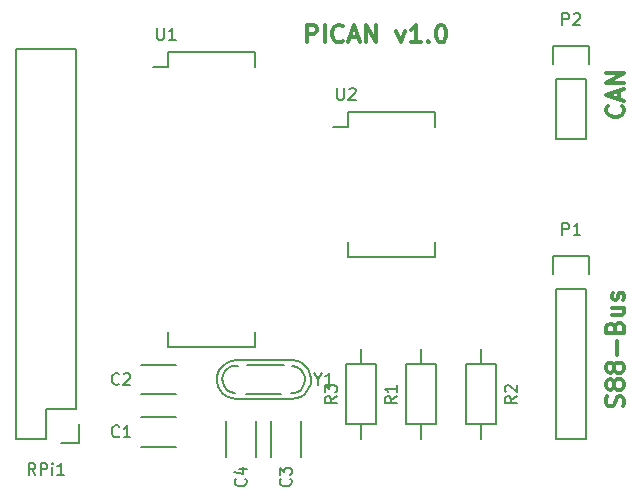
<source format=gbr>
G04 #@! TF.FileFunction,Legend,Top*
%FSLAX46Y46*%
G04 Gerber Fmt 4.6, Leading zero omitted, Abs format (unit mm)*
G04 Created by KiCad (PCBNEW 4.0.1-stable) date 14.01.2016 22:08:46*
%MOMM*%
G01*
G04 APERTURE LIST*
%ADD10C,0.100000*%
%ADD11C,0.300000*%
%ADD12C,0.150000*%
G04 APERTURE END LIST*
D10*
D11*
X126222858Y-62908571D02*
X126222858Y-61408571D01*
X126794286Y-61408571D01*
X126937144Y-61480000D01*
X127008572Y-61551429D01*
X127080001Y-61694286D01*
X127080001Y-61908571D01*
X127008572Y-62051429D01*
X126937144Y-62122857D01*
X126794286Y-62194286D01*
X126222858Y-62194286D01*
X127722858Y-62908571D02*
X127722858Y-61408571D01*
X129294287Y-62765714D02*
X129222858Y-62837143D01*
X129008572Y-62908571D01*
X128865715Y-62908571D01*
X128651430Y-62837143D01*
X128508572Y-62694286D01*
X128437144Y-62551429D01*
X128365715Y-62265714D01*
X128365715Y-62051429D01*
X128437144Y-61765714D01*
X128508572Y-61622857D01*
X128651430Y-61480000D01*
X128865715Y-61408571D01*
X129008572Y-61408571D01*
X129222858Y-61480000D01*
X129294287Y-61551429D01*
X129865715Y-62480000D02*
X130580001Y-62480000D01*
X129722858Y-62908571D02*
X130222858Y-61408571D01*
X130722858Y-62908571D01*
X131222858Y-62908571D02*
X131222858Y-61408571D01*
X132080001Y-62908571D01*
X132080001Y-61408571D01*
X133794287Y-61908571D02*
X134151430Y-62908571D01*
X134508572Y-61908571D01*
X135865715Y-62908571D02*
X135008572Y-62908571D01*
X135437144Y-62908571D02*
X135437144Y-61408571D01*
X135294287Y-61622857D01*
X135151429Y-61765714D01*
X135008572Y-61837143D01*
X136508572Y-62765714D02*
X136580000Y-62837143D01*
X136508572Y-62908571D01*
X136437143Y-62837143D01*
X136508572Y-62765714D01*
X136508572Y-62908571D01*
X137508572Y-61408571D02*
X137651429Y-61408571D01*
X137794286Y-61480000D01*
X137865715Y-61551429D01*
X137937144Y-61694286D01*
X138008572Y-61980000D01*
X138008572Y-62337143D01*
X137937144Y-62622857D01*
X137865715Y-62765714D01*
X137794286Y-62837143D01*
X137651429Y-62908571D01*
X137508572Y-62908571D01*
X137365715Y-62837143D01*
X137294286Y-62765714D01*
X137222858Y-62622857D01*
X137151429Y-62337143D01*
X137151429Y-61980000D01*
X137222858Y-61694286D01*
X137294286Y-61551429D01*
X137365715Y-61480000D01*
X137508572Y-61408571D01*
X152935714Y-68274285D02*
X153007143Y-68345714D01*
X153078571Y-68560000D01*
X153078571Y-68702857D01*
X153007143Y-68917142D01*
X152864286Y-69060000D01*
X152721429Y-69131428D01*
X152435714Y-69202857D01*
X152221429Y-69202857D01*
X151935714Y-69131428D01*
X151792857Y-69060000D01*
X151650000Y-68917142D01*
X151578571Y-68702857D01*
X151578571Y-68560000D01*
X151650000Y-68345714D01*
X151721429Y-68274285D01*
X152650000Y-67702857D02*
X152650000Y-66988571D01*
X153078571Y-67845714D02*
X151578571Y-67345714D01*
X153078571Y-66845714D01*
X153078571Y-66345714D02*
X151578571Y-66345714D01*
X153078571Y-65488571D01*
X151578571Y-65488571D01*
X153007143Y-93721428D02*
X153078571Y-93507142D01*
X153078571Y-93149999D01*
X153007143Y-93007142D01*
X152935714Y-92935713D01*
X152792857Y-92864285D01*
X152650000Y-92864285D01*
X152507143Y-92935713D01*
X152435714Y-93007142D01*
X152364286Y-93149999D01*
X152292857Y-93435713D01*
X152221429Y-93578571D01*
X152150000Y-93649999D01*
X152007143Y-93721428D01*
X151864286Y-93721428D01*
X151721429Y-93649999D01*
X151650000Y-93578571D01*
X151578571Y-93435713D01*
X151578571Y-93078571D01*
X151650000Y-92864285D01*
X152221429Y-92007142D02*
X152150000Y-92150000D01*
X152078571Y-92221428D01*
X151935714Y-92292857D01*
X151864286Y-92292857D01*
X151721429Y-92221428D01*
X151650000Y-92150000D01*
X151578571Y-92007142D01*
X151578571Y-91721428D01*
X151650000Y-91578571D01*
X151721429Y-91507142D01*
X151864286Y-91435714D01*
X151935714Y-91435714D01*
X152078571Y-91507142D01*
X152150000Y-91578571D01*
X152221429Y-91721428D01*
X152221429Y-92007142D01*
X152292857Y-92150000D01*
X152364286Y-92221428D01*
X152507143Y-92292857D01*
X152792857Y-92292857D01*
X152935714Y-92221428D01*
X153007143Y-92150000D01*
X153078571Y-92007142D01*
X153078571Y-91721428D01*
X153007143Y-91578571D01*
X152935714Y-91507142D01*
X152792857Y-91435714D01*
X152507143Y-91435714D01*
X152364286Y-91507142D01*
X152292857Y-91578571D01*
X152221429Y-91721428D01*
X152221429Y-90578571D02*
X152150000Y-90721429D01*
X152078571Y-90792857D01*
X151935714Y-90864286D01*
X151864286Y-90864286D01*
X151721429Y-90792857D01*
X151650000Y-90721429D01*
X151578571Y-90578571D01*
X151578571Y-90292857D01*
X151650000Y-90150000D01*
X151721429Y-90078571D01*
X151864286Y-90007143D01*
X151935714Y-90007143D01*
X152078571Y-90078571D01*
X152150000Y-90150000D01*
X152221429Y-90292857D01*
X152221429Y-90578571D01*
X152292857Y-90721429D01*
X152364286Y-90792857D01*
X152507143Y-90864286D01*
X152792857Y-90864286D01*
X152935714Y-90792857D01*
X153007143Y-90721429D01*
X153078571Y-90578571D01*
X153078571Y-90292857D01*
X153007143Y-90150000D01*
X152935714Y-90078571D01*
X152792857Y-90007143D01*
X152507143Y-90007143D01*
X152364286Y-90078571D01*
X152292857Y-90150000D01*
X152221429Y-90292857D01*
X152507143Y-89364286D02*
X152507143Y-88221429D01*
X152292857Y-87007143D02*
X152364286Y-86792857D01*
X152435714Y-86721429D01*
X152578571Y-86650000D01*
X152792857Y-86650000D01*
X152935714Y-86721429D01*
X153007143Y-86792857D01*
X153078571Y-86935715D01*
X153078571Y-87507143D01*
X151578571Y-87507143D01*
X151578571Y-87007143D01*
X151650000Y-86864286D01*
X151721429Y-86792857D01*
X151864286Y-86721429D01*
X152007143Y-86721429D01*
X152150000Y-86792857D01*
X152221429Y-86864286D01*
X152292857Y-87007143D01*
X152292857Y-87507143D01*
X152078571Y-85364286D02*
X153078571Y-85364286D01*
X152078571Y-86007143D02*
X152864286Y-86007143D01*
X153007143Y-85935715D01*
X153078571Y-85792857D01*
X153078571Y-85578572D01*
X153007143Y-85435715D01*
X152935714Y-85364286D01*
X153007143Y-84721429D02*
X153078571Y-84578572D01*
X153078571Y-84292857D01*
X153007143Y-84150000D01*
X152864286Y-84078572D01*
X152792857Y-84078572D01*
X152650000Y-84150000D01*
X152578571Y-84292857D01*
X152578571Y-84507143D01*
X152507143Y-84650000D01*
X152364286Y-84721429D01*
X152292857Y-84721429D01*
X152150000Y-84650000D01*
X152078571Y-84507143D01*
X152078571Y-84292857D01*
X152150000Y-84150000D01*
D12*
X112145000Y-94635000D02*
X115145000Y-94635000D01*
X115145000Y-97135000D02*
X112145000Y-97135000D01*
X101600000Y-96520000D02*
X101600000Y-63500000D01*
X106680000Y-93980000D02*
X106680000Y-63500000D01*
X101600000Y-63500000D02*
X106680000Y-63500000D01*
X101600000Y-96520000D02*
X104140000Y-96520000D01*
X105410000Y-96800000D02*
X106960000Y-96800000D01*
X104140000Y-96520000D02*
X104140000Y-93980000D01*
X104140000Y-93980000D02*
X106680000Y-93980000D01*
X106960000Y-96800000D02*
X106960000Y-95250000D01*
X114435000Y-63745000D02*
X114435000Y-65015000D01*
X121785000Y-63745000D02*
X121785000Y-65015000D01*
X121785000Y-88655000D02*
X121785000Y-87385000D01*
X114435000Y-88655000D02*
X114435000Y-87385000D01*
X114435000Y-63745000D02*
X121785000Y-63745000D01*
X114435000Y-88655000D02*
X121785000Y-88655000D01*
X114435000Y-65015000D02*
X113150000Y-65015000D01*
X112145000Y-90190000D02*
X115145000Y-90190000D01*
X115145000Y-92690000D02*
X112145000Y-92690000D01*
X125710000Y-95000000D02*
X125710000Y-98000000D01*
X123210000Y-98000000D02*
X123210000Y-95000000D01*
X121900000Y-95000000D02*
X121900000Y-98000000D01*
X119400000Y-98000000D02*
X119400000Y-95000000D01*
X149860000Y-83820000D02*
X149860000Y-96520000D01*
X149860000Y-96520000D02*
X147320000Y-96520000D01*
X147320000Y-96520000D02*
X147320000Y-83820000D01*
X150140000Y-81000000D02*
X150140000Y-82550000D01*
X149860000Y-83820000D02*
X147320000Y-83820000D01*
X147040000Y-82550000D02*
X147040000Y-81000000D01*
X147040000Y-81000000D02*
X150140000Y-81000000D01*
X147320000Y-66040000D02*
X147320000Y-71120000D01*
X147320000Y-71120000D02*
X149860000Y-71120000D01*
X149860000Y-71120000D02*
X149860000Y-66040000D01*
X150140000Y-63220000D02*
X150140000Y-64770000D01*
X149860000Y-66040000D02*
X147320000Y-66040000D01*
X147040000Y-64770000D02*
X147040000Y-63220000D01*
X147040000Y-63220000D02*
X150140000Y-63220000D01*
X134620000Y-95250000D02*
X134620000Y-90170000D01*
X134620000Y-90170000D02*
X137160000Y-90170000D01*
X137160000Y-90170000D02*
X137160000Y-95250000D01*
X137160000Y-95250000D02*
X134620000Y-95250000D01*
X135890000Y-95250000D02*
X135890000Y-96520000D01*
X135890000Y-90170000D02*
X135890000Y-88900000D01*
X142240000Y-90170000D02*
X142240000Y-95250000D01*
X142240000Y-95250000D02*
X139700000Y-95250000D01*
X139700000Y-95250000D02*
X139700000Y-90170000D01*
X139700000Y-90170000D02*
X142240000Y-90170000D01*
X140970000Y-90170000D02*
X140970000Y-88900000D01*
X140970000Y-95250000D02*
X140970000Y-96520000D01*
X132080000Y-90170000D02*
X132080000Y-95250000D01*
X132080000Y-95250000D02*
X129540000Y-95250000D01*
X129540000Y-95250000D02*
X129540000Y-90170000D01*
X129540000Y-90170000D02*
X132080000Y-90170000D01*
X130810000Y-90170000D02*
X130810000Y-88900000D01*
X130810000Y-95250000D02*
X130810000Y-96520000D01*
X129675000Y-68825000D02*
X129675000Y-70095000D01*
X137025000Y-68825000D02*
X137025000Y-70095000D01*
X137025000Y-81035000D02*
X137025000Y-79765000D01*
X129675000Y-81035000D02*
X129675000Y-79765000D01*
X129675000Y-68825000D02*
X137025000Y-68825000D01*
X129675000Y-81035000D02*
X137025000Y-81035000D01*
X129675000Y-70095000D02*
X128390000Y-70095000D01*
X121094500Y-92631260D02*
X124056140Y-92631260D01*
X120335040Y-89778840D02*
X124965460Y-89778840D01*
X124254260Y-90220800D02*
X121104660Y-90220800D01*
X120164860Y-92590620D02*
X119745760Y-92509340D01*
X119745760Y-92509340D02*
X119463820Y-92329000D01*
X119463820Y-92329000D02*
X119204740Y-91991180D01*
X119204740Y-91991180D02*
X119075200Y-91660980D01*
X119075200Y-91660980D02*
X119044720Y-91419680D01*
X119044720Y-91419680D02*
X119136160Y-91031060D01*
X119136160Y-91031060D02*
X119296180Y-90738960D01*
X119296180Y-90738960D02*
X119565420Y-90479880D01*
X119565420Y-90479880D02*
X119915940Y-90309700D01*
X119915940Y-90309700D02*
X120406160Y-90279220D01*
X124965460Y-90289380D02*
X125364240Y-90390980D01*
X125364240Y-90390980D02*
X125694440Y-90599260D01*
X125694440Y-90599260D02*
X125915420Y-90898980D01*
X125915420Y-90898980D02*
X126044960Y-91229180D01*
X126044960Y-91229180D02*
X126044960Y-91610180D01*
X126044960Y-91610180D02*
X125915420Y-91981020D01*
X125915420Y-91981020D02*
X125684280Y-92290900D01*
X125684280Y-92290900D02*
X125425200Y-92489020D01*
X125425200Y-92489020D02*
X125095000Y-92570300D01*
X125095000Y-92570300D02*
X124884180Y-92590620D01*
X124945140Y-93091000D02*
X120225820Y-93091000D01*
X120225820Y-93091000D02*
X119885460Y-93050360D01*
X119885460Y-93050360D02*
X119514620Y-92930980D01*
X119514620Y-92930980D02*
X119075200Y-92631260D01*
X119075200Y-92631260D02*
X118694200Y-92100400D01*
X118694200Y-92100400D02*
X118564660Y-91549220D01*
X118564660Y-91549220D02*
X118595140Y-91150440D01*
X118595140Y-91150440D02*
X118785640Y-90609420D01*
X118785640Y-90609420D02*
X119265700Y-90091260D01*
X119265700Y-90091260D02*
X119776240Y-89839800D01*
X119776240Y-89839800D02*
X120314720Y-89789000D01*
X124975620Y-89799160D02*
X125455680Y-89900760D01*
X125455680Y-89900760D02*
X125796040Y-90040460D01*
X125796040Y-90040460D02*
X126075440Y-90289380D01*
X126075440Y-90289380D02*
X126293880Y-90568780D01*
X126293880Y-90568780D02*
X126474220Y-90980260D01*
X126474220Y-90980260D02*
X126545340Y-91368880D01*
X126545340Y-91368880D02*
X126525020Y-91859100D01*
X126525020Y-91859100D02*
X126334520Y-92260420D01*
X126334520Y-92260420D02*
X126024640Y-92631260D01*
X126024640Y-92631260D02*
X125674120Y-92890340D01*
X125674120Y-92890340D02*
X125333760Y-93019880D01*
X125333760Y-93019880D02*
X124934980Y-93091000D01*
X110323334Y-96242143D02*
X110275715Y-96289762D01*
X110132858Y-96337381D01*
X110037620Y-96337381D01*
X109894762Y-96289762D01*
X109799524Y-96194524D01*
X109751905Y-96099286D01*
X109704286Y-95908810D01*
X109704286Y-95765952D01*
X109751905Y-95575476D01*
X109799524Y-95480238D01*
X109894762Y-95385000D01*
X110037620Y-95337381D01*
X110132858Y-95337381D01*
X110275715Y-95385000D01*
X110323334Y-95432619D01*
X111275715Y-96337381D02*
X110704286Y-96337381D01*
X110990000Y-96337381D02*
X110990000Y-95337381D01*
X110894762Y-95480238D01*
X110799524Y-95575476D01*
X110704286Y-95623095D01*
X103235239Y-99512381D02*
X102901905Y-99036190D01*
X102663810Y-99512381D02*
X102663810Y-98512381D01*
X103044763Y-98512381D01*
X103140001Y-98560000D01*
X103187620Y-98607619D01*
X103235239Y-98702857D01*
X103235239Y-98845714D01*
X103187620Y-98940952D01*
X103140001Y-98988571D01*
X103044763Y-99036190D01*
X102663810Y-99036190D01*
X103663810Y-99512381D02*
X103663810Y-98512381D01*
X104044763Y-98512381D01*
X104140001Y-98560000D01*
X104187620Y-98607619D01*
X104235239Y-98702857D01*
X104235239Y-98845714D01*
X104187620Y-98940952D01*
X104140001Y-98988571D01*
X104044763Y-99036190D01*
X103663810Y-99036190D01*
X104663810Y-99512381D02*
X104663810Y-98845714D01*
X104663810Y-98512381D02*
X104616191Y-98560000D01*
X104663810Y-98607619D01*
X104711429Y-98560000D01*
X104663810Y-98512381D01*
X104663810Y-98607619D01*
X105663810Y-99512381D02*
X105092381Y-99512381D01*
X105378095Y-99512381D02*
X105378095Y-98512381D01*
X105282857Y-98655238D01*
X105187619Y-98750476D01*
X105092381Y-98798095D01*
X113538095Y-61682381D02*
X113538095Y-62491905D01*
X113585714Y-62587143D01*
X113633333Y-62634762D01*
X113728571Y-62682381D01*
X113919048Y-62682381D01*
X114014286Y-62634762D01*
X114061905Y-62587143D01*
X114109524Y-62491905D01*
X114109524Y-61682381D01*
X115109524Y-62682381D02*
X114538095Y-62682381D01*
X114823809Y-62682381D02*
X114823809Y-61682381D01*
X114728571Y-61825238D01*
X114633333Y-61920476D01*
X114538095Y-61968095D01*
X110323334Y-91797143D02*
X110275715Y-91844762D01*
X110132858Y-91892381D01*
X110037620Y-91892381D01*
X109894762Y-91844762D01*
X109799524Y-91749524D01*
X109751905Y-91654286D01*
X109704286Y-91463810D01*
X109704286Y-91320952D01*
X109751905Y-91130476D01*
X109799524Y-91035238D01*
X109894762Y-90940000D01*
X110037620Y-90892381D01*
X110132858Y-90892381D01*
X110275715Y-90940000D01*
X110323334Y-90987619D01*
X110704286Y-90987619D02*
X110751905Y-90940000D01*
X110847143Y-90892381D01*
X111085239Y-90892381D01*
X111180477Y-90940000D01*
X111228096Y-90987619D01*
X111275715Y-91082857D01*
X111275715Y-91178095D01*
X111228096Y-91320952D01*
X110656667Y-91892381D01*
X111275715Y-91892381D01*
X124817143Y-99861666D02*
X124864762Y-99909285D01*
X124912381Y-100052142D01*
X124912381Y-100147380D01*
X124864762Y-100290238D01*
X124769524Y-100385476D01*
X124674286Y-100433095D01*
X124483810Y-100480714D01*
X124340952Y-100480714D01*
X124150476Y-100433095D01*
X124055238Y-100385476D01*
X123960000Y-100290238D01*
X123912381Y-100147380D01*
X123912381Y-100052142D01*
X123960000Y-99909285D01*
X124007619Y-99861666D01*
X123912381Y-99528333D02*
X123912381Y-98909285D01*
X124293333Y-99242619D01*
X124293333Y-99099761D01*
X124340952Y-99004523D01*
X124388571Y-98956904D01*
X124483810Y-98909285D01*
X124721905Y-98909285D01*
X124817143Y-98956904D01*
X124864762Y-99004523D01*
X124912381Y-99099761D01*
X124912381Y-99385476D01*
X124864762Y-99480714D01*
X124817143Y-99528333D01*
X121007143Y-99861666D02*
X121054762Y-99909285D01*
X121102381Y-100052142D01*
X121102381Y-100147380D01*
X121054762Y-100290238D01*
X120959524Y-100385476D01*
X120864286Y-100433095D01*
X120673810Y-100480714D01*
X120530952Y-100480714D01*
X120340476Y-100433095D01*
X120245238Y-100385476D01*
X120150000Y-100290238D01*
X120102381Y-100147380D01*
X120102381Y-100052142D01*
X120150000Y-99909285D01*
X120197619Y-99861666D01*
X120435714Y-99004523D02*
X121102381Y-99004523D01*
X120054762Y-99242619D02*
X120769048Y-99480714D01*
X120769048Y-98861666D01*
X147851905Y-79192381D02*
X147851905Y-78192381D01*
X148232858Y-78192381D01*
X148328096Y-78240000D01*
X148375715Y-78287619D01*
X148423334Y-78382857D01*
X148423334Y-78525714D01*
X148375715Y-78620952D01*
X148328096Y-78668571D01*
X148232858Y-78716190D01*
X147851905Y-78716190D01*
X149375715Y-79192381D02*
X148804286Y-79192381D01*
X149090000Y-79192381D02*
X149090000Y-78192381D01*
X148994762Y-78335238D01*
X148899524Y-78430476D01*
X148804286Y-78478095D01*
X147851905Y-61412381D02*
X147851905Y-60412381D01*
X148232858Y-60412381D01*
X148328096Y-60460000D01*
X148375715Y-60507619D01*
X148423334Y-60602857D01*
X148423334Y-60745714D01*
X148375715Y-60840952D01*
X148328096Y-60888571D01*
X148232858Y-60936190D01*
X147851905Y-60936190D01*
X148804286Y-60507619D02*
X148851905Y-60460000D01*
X148947143Y-60412381D01*
X149185239Y-60412381D01*
X149280477Y-60460000D01*
X149328096Y-60507619D01*
X149375715Y-60602857D01*
X149375715Y-60698095D01*
X149328096Y-60840952D01*
X148756667Y-61412381D01*
X149375715Y-61412381D01*
X133802381Y-92876666D02*
X133326190Y-93210000D01*
X133802381Y-93448095D02*
X132802381Y-93448095D01*
X132802381Y-93067142D01*
X132850000Y-92971904D01*
X132897619Y-92924285D01*
X132992857Y-92876666D01*
X133135714Y-92876666D01*
X133230952Y-92924285D01*
X133278571Y-92971904D01*
X133326190Y-93067142D01*
X133326190Y-93448095D01*
X133802381Y-91924285D02*
X133802381Y-92495714D01*
X133802381Y-92210000D02*
X132802381Y-92210000D01*
X132945238Y-92305238D01*
X133040476Y-92400476D01*
X133088095Y-92495714D01*
X143962381Y-92876666D02*
X143486190Y-93210000D01*
X143962381Y-93448095D02*
X142962381Y-93448095D01*
X142962381Y-93067142D01*
X143010000Y-92971904D01*
X143057619Y-92924285D01*
X143152857Y-92876666D01*
X143295714Y-92876666D01*
X143390952Y-92924285D01*
X143438571Y-92971904D01*
X143486190Y-93067142D01*
X143486190Y-93448095D01*
X143057619Y-92495714D02*
X143010000Y-92448095D01*
X142962381Y-92352857D01*
X142962381Y-92114761D01*
X143010000Y-92019523D01*
X143057619Y-91971904D01*
X143152857Y-91924285D01*
X143248095Y-91924285D01*
X143390952Y-91971904D01*
X143962381Y-92543333D01*
X143962381Y-91924285D01*
X128722381Y-92876666D02*
X128246190Y-93210000D01*
X128722381Y-93448095D02*
X127722381Y-93448095D01*
X127722381Y-93067142D01*
X127770000Y-92971904D01*
X127817619Y-92924285D01*
X127912857Y-92876666D01*
X128055714Y-92876666D01*
X128150952Y-92924285D01*
X128198571Y-92971904D01*
X128246190Y-93067142D01*
X128246190Y-93448095D01*
X127722381Y-92543333D02*
X127722381Y-91924285D01*
X128103333Y-92257619D01*
X128103333Y-92114761D01*
X128150952Y-92019523D01*
X128198571Y-91971904D01*
X128293810Y-91924285D01*
X128531905Y-91924285D01*
X128627143Y-91971904D01*
X128674762Y-92019523D01*
X128722381Y-92114761D01*
X128722381Y-92400476D01*
X128674762Y-92495714D01*
X128627143Y-92543333D01*
X128778095Y-66762381D02*
X128778095Y-67571905D01*
X128825714Y-67667143D01*
X128873333Y-67714762D01*
X128968571Y-67762381D01*
X129159048Y-67762381D01*
X129254286Y-67714762D01*
X129301905Y-67667143D01*
X129349524Y-67571905D01*
X129349524Y-66762381D01*
X129778095Y-66857619D02*
X129825714Y-66810000D01*
X129920952Y-66762381D01*
X130159048Y-66762381D01*
X130254286Y-66810000D01*
X130301905Y-66857619D01*
X130349524Y-66952857D01*
X130349524Y-67048095D01*
X130301905Y-67190952D01*
X129730476Y-67762381D01*
X130349524Y-67762381D01*
X127158809Y-91416190D02*
X127158809Y-91892381D01*
X126825476Y-90892381D02*
X127158809Y-91416190D01*
X127492143Y-90892381D01*
X128349286Y-91892381D02*
X127777857Y-91892381D01*
X128063571Y-91892381D02*
X128063571Y-90892381D01*
X127968333Y-91035238D01*
X127873095Y-91130476D01*
X127777857Y-91178095D01*
M02*

</source>
